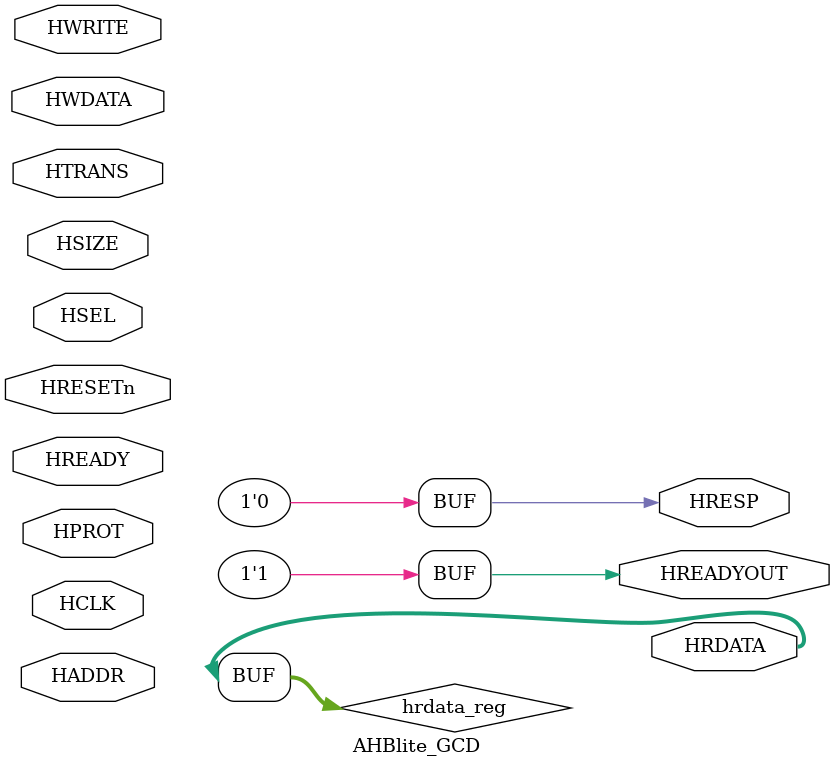
<source format=v>
module AHBlite_GCD(
    input  wire          HCLK,    
    input  wire          HRESETn, 
    input  wire          HSEL,    
    input  wire   [31:0] HADDR,   
    input  wire    [1:0] HTRANS,  
    input  wire    [2:0] HSIZE,   
    input  wire    [3:0] HPROT,   
    input  wire          HWRITE,  
    input  wire   [31:0] HWDATA,  
    input  wire          HREADY,  
    output wire          HREADYOUT, 
    output wire   [31:0] HRDATA,  
    output wire          HRESP
);

assign HRESP = 1'b0;
assign HREADYOUT = 1'b1;

wire write_en;
assign write_en = HSEL & HTRANS[1] & HWRITE & HREADY;

reg wr_en_reg;
always@(posedge HCLK or negedge HRESETn) begin
  if(~HRESETn) wr_en_reg <= 1'b0;
  else if(write_en) wr_en_reg <= 1'b1;
  else wr_en_reg <= 1'b0;
end

// Address decode - need to latch address for both read and write
reg [1:0] addr_reg;
wire read_en = HSEL & HTRANS[1] & (~HWRITE) & HREADY;

always@(posedge HCLK or negedge HRESETn) begin
    if(~HRESETn) begin
        addr_reg <= 2'b00;
    end else if(write_en || read_en) begin
        addr_reg <= HADDR[3:2];
    end
end

wire addr_a    = (addr_reg == 2'b00);  // 0x00: input a
wire addr_b    = (addr_reg == 2'b01);  // 0x04: input b
wire addr_ctrl = (addr_reg == 2'b10);  // 0x08: control (start)
wire addr_res  = (addr_reg == 2'b11);  // 0x0C: result & status

// Registers
reg [31:0] reg_a;
reg [31:0] reg_b;
reg start;
wire [31:0] gcd_result;
wire gcd_done;

// Write operations
always@(posedge HCLK or negedge HRESETn) begin
    if(~HRESETn) begin
        reg_a <= 32'h00000000;
        reg_b <= 32'h00000000;
        start <= 1'b0;
    end else begin
        if(wr_en_reg && HREADY) begin
            if(addr_a) reg_a <= HWDATA;
            else if(addr_b) reg_b <= HWDATA;
            else if(addr_ctrl) start <= HWDATA[0];
        end else begin
            start <= 1'b0;  // Auto clear start signal after one cycle
        end
    end
end

// GCD core instantiation
GCD gcd_core(
    .clk(HCLK),
    .RSTn(HRESETn),
    .start(start),
    .a(reg_a),
    .b(reg_b),
    .result(gcd_result),
    .done(gcd_done)
);

// Read operations - use latched address
reg [31:0] hrdata_reg;
always@(*) begin
    case(addr_reg)
        /********** 需要补充的代码 **********/
    endcase
end

assign HRDATA = hrdata_reg;

endmodule

</source>
